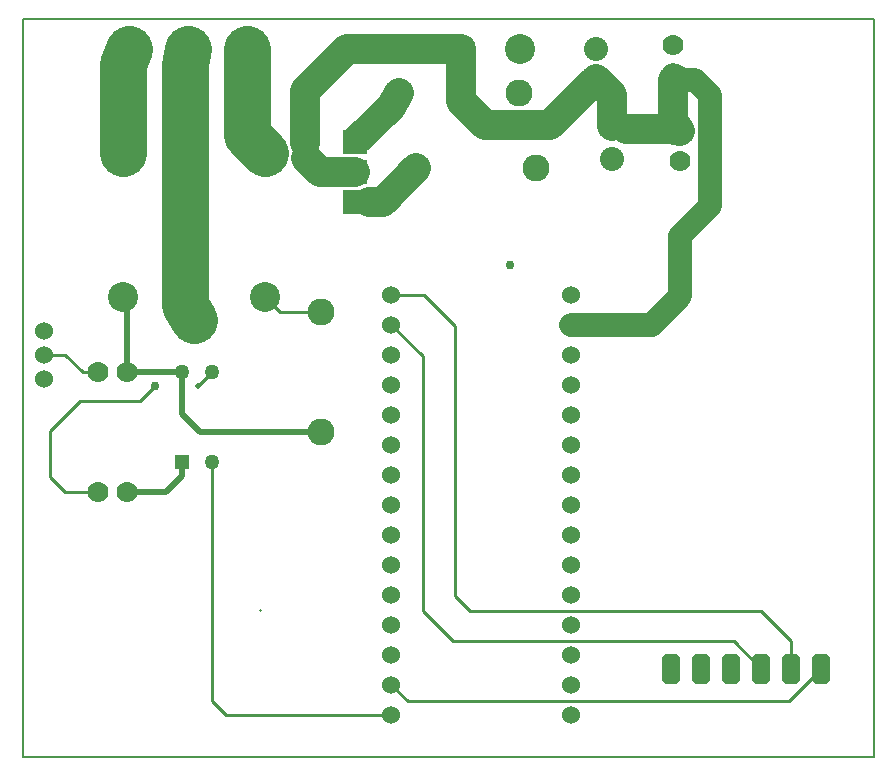
<source format=gbr>
G04 PROTEUS GERBER X2 FILE*
%TF.GenerationSoftware,Labcenter,Proteus,8.6-SP2-Build23525*%
%TF.CreationDate,2020-11-09T16:44:15+00:00*%
%TF.FileFunction,Copper,L2,Bot*%
%TF.FilePolarity,Positive*%
%TF.Part,Single*%
%FSLAX45Y45*%
%MOMM*%
G01*
%TA.AperFunction,Conductor*%
%ADD11C,0.254000*%
%ADD25C,3.987800*%
%ADD10C,2.540000*%
%ADD12C,2.032000*%
%ADD26C,0.508000*%
%TA.AperFunction,ViaPad*%
%ADD13C,0.762000*%
%ADD14C,0.508000*%
%TA.AperFunction,WasherPad*%
%ADD15C,1.524000*%
%AMDIL006*
4,1,8,
-0.762000,0.965200,-0.457200,1.270000,0.457200,1.270000,0.762000,0.965200,0.762000,-0.965200,
0.457200,-1.270000,-0.457200,-1.270000,-0.762000,-0.965200,-0.762000,0.965200,
0*%
%TA.AperFunction,ComponentPad*%
%ADD16DIL006*%
%TA.AperFunction,OtherPad,Unknown*%
%ADD17C,2.540000*%
%TA.AperFunction,ComponentPad*%
%ADD18C,2.540000*%
%TA.AperFunction,ComponentPad*%
%ADD19R,1.270000X1.270000*%
%ADD70C,1.270000*%
%TA.AperFunction,ComponentPad*%
%ADD71R,2.032000X2.032000*%
%ADD20C,1.524000*%
%TA.AperFunction,ComponentPad*%
%ADD21C,2.286000*%
%ADD22C,1.778000*%
%ADD23C,2.032000*%
%TA.AperFunction,Profile*%
%ADD24C,0.203200*%
%TD.AperFunction*%
D11*
X+758000Y-750000D02*
X+762000Y-753790D01*
D25*
X+200000Y+1700000D02*
X+127000Y+1827000D01*
X+127000Y+3873000D01*
X+150000Y+4000000D01*
X-400000Y+3120000D02*
X-400000Y+3873000D01*
X-350000Y+4000000D01*
X+800000Y+3120000D02*
X+650000Y+3270000D01*
X+650000Y+4000000D01*
D10*
X+1500000Y+4000000D02*
X+2465000Y+4000000D01*
X+1568000Y+2956000D02*
X+1270000Y+2956000D01*
X+1149046Y+3076951D01*
D11*
X+1143000Y+3083000D01*
X+1143000Y+3197698D01*
D10*
X+1143000Y+3643000D01*
X+1500000Y+4000000D01*
D11*
X+1568000Y+3210000D02*
X+1592246Y+3234246D01*
D10*
X+1866700Y+3508700D01*
X+1933000Y+3623000D01*
D11*
X+1568000Y+2702000D02*
X+1684158Y+2702000D01*
D10*
X+1801000Y+2702000D01*
X+2084000Y+2985000D01*
X+2465000Y+4000000D02*
X+2465000Y+3556000D01*
X+2667000Y+3354000D01*
X+3217000Y+3354000D01*
X+3582933Y+3719933D01*
D11*
X+3608000Y+3745000D01*
X+3743000Y+3321000D02*
X+3859158Y+3321000D01*
D10*
X+4229100Y+3321000D01*
X+4318000Y+3302000D01*
D11*
X+4258000Y+3779000D02*
X+4258000Y+3737789D01*
D10*
X+4258000Y+3390900D01*
X+4318000Y+3302000D01*
X+3608000Y+3745000D02*
X+3743000Y+3610000D01*
X+3743000Y+3346300D01*
D11*
X+3743000Y+3321000D01*
D12*
X+4258000Y+3779000D02*
X+4346900Y+3737789D01*
X+4445000Y+3737789D01*
X+4572000Y+3610789D01*
X+4572000Y+3302000D01*
X+4572000Y+2667000D01*
X+4445000Y+2540000D01*
X+4318000Y+2413000D01*
X+4318000Y+1905000D01*
X+4076000Y+1663000D01*
X+3397000Y+1663000D01*
D11*
X+800000Y+1900000D02*
X+926000Y+1774000D01*
X+1274000Y+1774000D01*
D26*
X+1274000Y+758000D02*
X+254000Y+758000D01*
X+103000Y+909000D01*
X+103000Y+1266000D01*
X-280100Y+1266000D01*
X-369000Y+1262000D01*
X-369000Y+1773000D01*
X-400000Y+1900000D01*
X+103000Y+504000D02*
X+103000Y+381000D01*
X-32000Y+246000D01*
X-369000Y+246000D01*
D11*
X-1072000Y+1409000D02*
X-889000Y+1409000D01*
X-742000Y+1262000D01*
X-615000Y+1262000D01*
X+357000Y+1266000D02*
X+234000Y+1143000D01*
X-127000Y+1143000D02*
X-254000Y+1016000D01*
X-762000Y+1016000D01*
X-1016000Y+762000D01*
X-1016000Y+373000D01*
X-889000Y+246000D01*
X-615000Y+246000D01*
X+357000Y+504000D02*
X+357000Y-1524000D01*
X+472000Y-1639000D01*
X+1873000Y-1639000D01*
X+1873000Y-1385000D02*
X+2012000Y-1524000D01*
X+5238000Y-1524000D01*
X+5512000Y-1250000D01*
X+1873000Y+1663000D02*
X+2139000Y+1397000D01*
X+2139000Y-762000D01*
X+2393000Y-1016000D01*
X+4770000Y-1016000D01*
X+5004000Y-1250000D01*
X+5258000Y-1250000D02*
X+5258000Y-1016000D01*
X+5131000Y-889000D01*
X+5004000Y-762000D01*
X+2540000Y-762000D01*
X+2413000Y-635000D01*
X+2413000Y+1651000D01*
X+2147000Y+1917000D01*
X+1873000Y+1917000D01*
D13*
X+2873000Y+2167000D03*
D14*
X+234000Y+1143000D03*
D13*
X-127000Y+1143000D03*
D15*
X+1873000Y+1917000D03*
X+1873000Y+1663000D03*
X+1873000Y+1409000D03*
X+1873000Y+1155000D03*
X+1873000Y+901000D03*
X+1873000Y+647000D03*
X+1873000Y+393000D03*
X+1873000Y+139000D03*
X+1873000Y-115000D03*
X+1873000Y-369000D03*
X+1873000Y-623000D03*
X+1873000Y-877000D03*
X+1873000Y-1131000D03*
X+1873000Y-1385000D03*
X+1873000Y-1639000D03*
X+3397000Y-1639000D03*
X+3397000Y-1385000D03*
X+3397000Y-1131000D03*
X+3397000Y-877000D03*
X+3397000Y-623000D03*
X+3397000Y-369000D03*
X+3397000Y-115000D03*
X+3397000Y+139000D03*
X+3397000Y+393000D03*
X+3397000Y+647000D03*
X+3397000Y+901000D03*
X+3397000Y+1155000D03*
X+3397000Y+1409000D03*
X+3397000Y+1663000D03*
X+3397000Y+1917000D03*
D16*
X+5512000Y-1250000D03*
X+5258000Y-1250000D03*
X+5004000Y-1250000D03*
X+4750000Y-1250000D03*
X+4496000Y-1250000D03*
X+4242000Y-1250000D03*
D17*
X+2965000Y+4000000D03*
D18*
X-400000Y+1900000D03*
X+800000Y+1900000D03*
X+200000Y+1700000D03*
X-400000Y+3120000D03*
X+800000Y+3120000D03*
D19*
X+103000Y+504000D03*
D70*
X+357000Y+504000D03*
X+357000Y+1266000D03*
X+103000Y+1266000D03*
D17*
X+2465000Y+4000000D03*
X-350000Y+4000000D03*
X+150000Y+4000000D03*
X+650000Y+4000000D03*
D71*
X+1568000Y+2702000D03*
X+1568000Y+2956000D03*
X+1568000Y+3210000D03*
D20*
X-1072000Y+1612200D03*
X-1072000Y+1409000D03*
X-1072000Y+1205800D03*
D21*
X+1274000Y+1774000D03*
X+1274000Y+758000D03*
X+3100000Y+2985000D03*
X+2084000Y+2985000D03*
X+1933000Y+3623000D03*
X+2949000Y+3623000D03*
D17*
X+1500000Y+4000000D03*
D22*
X+4258000Y+4033000D03*
X+4258000Y+3779000D03*
D23*
X+3608000Y+3999000D03*
X+3608000Y+3745000D03*
X+3743000Y+3067000D03*
X+3743000Y+3321000D03*
D22*
X+4318000Y+3048000D03*
X+4318000Y+3302000D03*
X-369000Y+1262000D03*
X-369000Y+246000D03*
X-615000Y+1262000D03*
X-615000Y+246000D03*
D24*
X-1250000Y-2000000D02*
X+5960000Y-2000000D01*
X+5960000Y+4250000D01*
X-1250000Y+4250000D01*
X-1250000Y-2000000D01*
M02*

</source>
